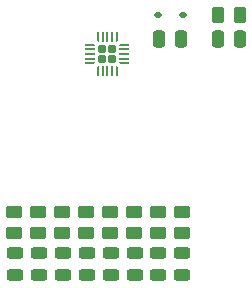
<source format=gbr>
%TF.GenerationSoftware,KiCad,Pcbnew,7.0.1-3b83917a11~172~ubuntu22.04.1*%
%TF.CreationDate,2023-04-03T01:37:10-05:00*%
%TF.ProjectId,adda-blinky,61646461-2d62-46c6-996e-6b792e6b6963,rev?*%
%TF.SameCoordinates,Original*%
%TF.FileFunction,Paste,Top*%
%TF.FilePolarity,Positive*%
%FSLAX46Y46*%
G04 Gerber Fmt 4.6, Leading zero omitted, Abs format (unit mm)*
G04 Created by KiCad (PCBNEW 7.0.1-3b83917a11~172~ubuntu22.04.1) date 2023-04-03 01:37:10*
%MOMM*%
%LPD*%
G01*
G04 APERTURE LIST*
G04 Aperture macros list*
%AMRoundRect*
0 Rectangle with rounded corners*
0 $1 Rounding radius*
0 $2 $3 $4 $5 $6 $7 $8 $9 X,Y pos of 4 corners*
0 Add a 4 corners polygon primitive as box body*
4,1,4,$2,$3,$4,$5,$6,$7,$8,$9,$2,$3,0*
0 Add four circle primitives for the rounded corners*
1,1,$1+$1,$2,$3*
1,1,$1+$1,$4,$5*
1,1,$1+$1,$6,$7*
1,1,$1+$1,$8,$9*
0 Add four rect primitives between the rounded corners*
20,1,$1+$1,$2,$3,$4,$5,0*
20,1,$1+$1,$4,$5,$6,$7,0*
20,1,$1+$1,$6,$7,$8,$9,0*
20,1,$1+$1,$8,$9,$2,$3,0*%
%AMFreePoly0*
4,1,14,0.334644,0.085355,0.385355,0.034644,0.400000,-0.000711,0.400000,-0.050000,0.385355,-0.085355,0.350000,-0.100000,-0.350000,-0.100000,-0.385355,-0.085355,-0.400000,-0.050000,-0.400000,0.050000,-0.385355,0.085355,-0.350000,0.100000,0.299289,0.100000,0.334644,0.085355,0.334644,0.085355,$1*%
%AMFreePoly1*
4,1,14,0.385355,0.085355,0.400000,0.050000,0.400000,0.000711,0.385355,-0.034644,0.334644,-0.085355,0.299289,-0.100000,-0.350000,-0.100000,-0.385355,-0.085355,-0.400000,-0.050000,-0.400000,0.050000,-0.385355,0.085355,-0.350000,0.100000,0.350000,0.100000,0.385355,0.085355,0.385355,0.085355,$1*%
%AMFreePoly2*
4,1,14,0.085355,0.385355,0.100000,0.350000,0.100000,-0.350000,0.085355,-0.385355,0.050000,-0.400000,-0.050000,-0.400000,-0.085355,-0.385355,-0.100000,-0.350000,-0.100000,0.299289,-0.085355,0.334644,-0.034644,0.385355,0.000711,0.400000,0.050000,0.400000,0.085355,0.385355,0.085355,0.385355,$1*%
%AMFreePoly3*
4,1,14,0.034644,0.385355,0.085355,0.334644,0.100000,0.299289,0.100000,-0.350000,0.085355,-0.385355,0.050000,-0.400000,-0.050000,-0.400000,-0.085355,-0.385355,-0.100000,-0.350000,-0.100000,0.350000,-0.085355,0.385355,-0.050000,0.400000,-0.000711,0.400000,0.034644,0.385355,0.034644,0.385355,$1*%
%AMFreePoly4*
4,1,14,0.385355,0.085355,0.400000,0.050000,0.400000,-0.050000,0.385355,-0.085355,0.350000,-0.100000,-0.299289,-0.100000,-0.334644,-0.085354,-0.385355,-0.034644,-0.400000,0.000711,-0.400000,0.050000,-0.385355,0.085355,-0.350000,0.100000,0.350000,0.100000,0.385355,0.085355,0.385355,0.085355,$1*%
%AMFreePoly5*
4,1,14,0.385355,0.085355,0.400000,0.050000,0.400000,-0.050000,0.385355,-0.085355,0.350000,-0.100000,-0.350000,-0.100000,-0.385355,-0.085355,-0.400000,-0.050000,-0.400000,-0.000711,-0.385355,0.034644,-0.334643,0.085355,-0.299289,0.100000,0.350000,0.100000,0.385355,0.085355,0.385355,0.085355,$1*%
%AMFreePoly6*
4,1,14,0.085355,0.385355,0.100000,0.350000,0.100000,-0.299289,0.085355,-0.334644,0.034644,-0.385355,-0.000711,-0.400000,-0.050000,-0.400000,-0.085355,-0.385355,-0.100000,-0.350000,-0.100000,0.350000,-0.085355,0.385355,-0.050000,0.400000,0.050000,0.400000,0.085355,0.385355,0.085355,0.385355,$1*%
%AMFreePoly7*
4,1,14,0.085355,0.385355,0.100000,0.350000,0.100000,-0.350000,0.085355,-0.385355,0.050000,-0.400000,0.000711,-0.400000,-0.034644,-0.385355,-0.085355,-0.334644,-0.100000,-0.299289,-0.100000,0.350000,-0.085355,0.385355,-0.050000,0.400000,0.050000,0.400000,0.085355,0.385355,0.085355,0.385355,$1*%
G04 Aperture macros list end*
%ADD10RoundRect,0.243750X-0.456250X0.243750X-0.456250X-0.243750X0.456250X-0.243750X0.456250X0.243750X0*%
%ADD11RoundRect,0.250000X-0.450000X0.262500X-0.450000X-0.262500X0.450000X-0.262500X0.450000X0.262500X0*%
%ADD12RoundRect,0.250000X-0.262500X-0.450000X0.262500X-0.450000X0.262500X0.450000X-0.262500X0.450000X0*%
%ADD13RoundRect,0.172500X-0.172500X0.172500X-0.172500X-0.172500X0.172500X-0.172500X0.172500X0.172500X0*%
%ADD14FreePoly0,270.000000*%
%ADD15RoundRect,0.050000X-0.050000X0.350000X-0.050000X-0.350000X0.050000X-0.350000X0.050000X0.350000X0*%
%ADD16FreePoly1,270.000000*%
%ADD17FreePoly2,270.000000*%
%ADD18RoundRect,0.050000X-0.350000X0.050000X-0.350000X-0.050000X0.350000X-0.050000X0.350000X0.050000X0*%
%ADD19FreePoly3,270.000000*%
%ADD20FreePoly4,270.000000*%
%ADD21FreePoly5,270.000000*%
%ADD22FreePoly6,270.000000*%
%ADD23FreePoly7,270.000000*%
%ADD24RoundRect,0.250000X0.250000X0.475000X-0.250000X0.475000X-0.250000X-0.475000X0.250000X-0.475000X0*%
%ADD25RoundRect,0.250000X-0.250000X-0.475000X0.250000X-0.475000X0.250000X0.475000X-0.250000X0.475000X0*%
%ADD26RoundRect,0.112500X-0.187500X-0.112500X0.187500X-0.112500X0.187500X0.112500X-0.187500X0.112500X0*%
G04 APERTURE END LIST*
D10*
%TO.C,D4*%
X113819000Y-70208500D03*
X113819000Y-72083500D03*
%TD*%
D11*
%TO.C,R1*%
X119888000Y-66677500D03*
X119888000Y-68502500D03*
%TD*%
D10*
%TO.C,D5*%
X111787000Y-70208500D03*
X111787000Y-72083500D03*
%TD*%
D11*
%TO.C,R3*%
X115824000Y-66677500D03*
X115824000Y-68502500D03*
%TD*%
%TO.C,R0*%
X121920000Y-66677500D03*
X121920000Y-68502500D03*
%TD*%
%TO.C,R2*%
X117856000Y-66677500D03*
X117856000Y-68502500D03*
%TD*%
D10*
%TO.C,D2*%
X117883000Y-70208500D03*
X117883000Y-72083500D03*
%TD*%
D11*
%TO.C,R7*%
X107696000Y-66677500D03*
X107696000Y-68502500D03*
%TD*%
D12*
%TO.C,R8*%
X124968000Y-50038000D03*
X126793000Y-50038000D03*
%TD*%
D10*
%TO.C,D1*%
X119888000Y-70208500D03*
X119888000Y-72083500D03*
%TD*%
D13*
%TO.C,U2*%
X115995000Y-52915000D03*
X115145000Y-52915000D03*
X115995000Y-53765000D03*
X115145000Y-53765000D03*
D14*
X116370000Y-51890000D03*
D15*
X115970000Y-51890000D03*
X115570000Y-51890000D03*
X115170000Y-51890000D03*
D16*
X114770000Y-51890000D03*
D17*
X114120000Y-52540000D03*
D18*
X114120000Y-52940000D03*
X114120000Y-53340000D03*
X114120000Y-53740000D03*
D19*
X114120000Y-54140000D03*
D20*
X114770000Y-54790000D03*
D15*
X115170000Y-54790000D03*
X115570000Y-54790000D03*
X115970000Y-54790000D03*
D21*
X116370000Y-54790000D03*
D22*
X117020000Y-54140000D03*
D18*
X117020000Y-53740000D03*
X117020000Y-53340000D03*
X117020000Y-52940000D03*
D23*
X117020000Y-52540000D03*
%TD*%
D24*
%TO.C,C1*%
X126830500Y-52070000D03*
X124930500Y-52070000D03*
%TD*%
D10*
%TO.C,D0*%
X121920000Y-70208500D03*
X121920000Y-72083500D03*
%TD*%
D11*
%TO.C,R5*%
X111742000Y-66677500D03*
X111742000Y-68502500D03*
%TD*%
D10*
%TO.C,D6*%
X109755000Y-70208500D03*
X109755000Y-72083500D03*
%TD*%
D25*
%TO.C,C5*%
X119954000Y-52070000D03*
X121854000Y-52070000D03*
%TD*%
D10*
%TO.C,D3*%
X115851000Y-70208500D03*
X115851000Y-72083500D03*
%TD*%
%TO.C,D7*%
X107723000Y-70208500D03*
X107723000Y-72083500D03*
%TD*%
D11*
%TO.C,R4*%
X113792000Y-66677500D03*
X113792000Y-68502500D03*
%TD*%
D26*
%TO.C,D10*%
X119854000Y-50038000D03*
X121954000Y-50038000D03*
%TD*%
D11*
%TO.C,R6*%
X109728000Y-66677500D03*
X109728000Y-68502500D03*
%TD*%
M02*

</source>
